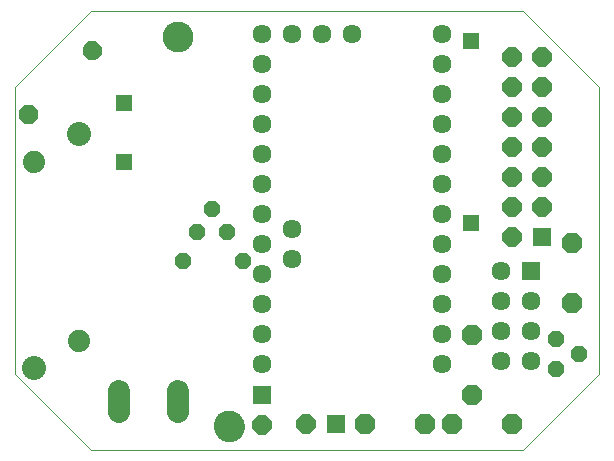
<source format=gts>
G75*
%MOIN*%
%OFA0B0*%
%FSLAX25Y25*%
%IPPOS*%
%LPD*%
%AMOC8*
5,1,8,0,0,1.08239X$1,22.5*
%
%ADD10C,0.00000*%
%ADD11C,0.10243*%
%ADD12R,0.05550X0.05550*%
%ADD13C,0.08000*%
%ADD14C,0.07400*%
%ADD15C,0.07450*%
%ADD16C,0.06337*%
%ADD17R,0.06337X0.06337*%
%ADD18OC8,0.06700*%
%ADD19OC8,0.05600*%
%ADD20R,0.06400X0.06400*%
%ADD21OC8,0.06400*%
%ADD22C,0.01267*%
D10*
X0002942Y0027902D02*
X0028336Y0002508D01*
X0172431Y0002508D01*
X0197824Y0027902D01*
X0197824Y0123374D01*
X0172431Y0148768D01*
X0028336Y0148768D01*
X0002942Y0123374D01*
X0002942Y0027902D01*
X0069478Y0010382D02*
X0069480Y0010522D01*
X0069486Y0010662D01*
X0069496Y0010801D01*
X0069510Y0010940D01*
X0069528Y0011079D01*
X0069549Y0011217D01*
X0069575Y0011355D01*
X0069605Y0011492D01*
X0069638Y0011627D01*
X0069676Y0011762D01*
X0069717Y0011896D01*
X0069762Y0012029D01*
X0069810Y0012160D01*
X0069863Y0012289D01*
X0069919Y0012418D01*
X0069978Y0012544D01*
X0070042Y0012669D01*
X0070108Y0012792D01*
X0070179Y0012913D01*
X0070252Y0013032D01*
X0070329Y0013149D01*
X0070410Y0013263D01*
X0070493Y0013375D01*
X0070580Y0013485D01*
X0070670Y0013593D01*
X0070762Y0013697D01*
X0070858Y0013799D01*
X0070957Y0013899D01*
X0071058Y0013995D01*
X0071162Y0014089D01*
X0071269Y0014179D01*
X0071378Y0014266D01*
X0071490Y0014351D01*
X0071604Y0014432D01*
X0071720Y0014510D01*
X0071838Y0014584D01*
X0071959Y0014655D01*
X0072081Y0014723D01*
X0072206Y0014787D01*
X0072332Y0014848D01*
X0072459Y0014905D01*
X0072589Y0014958D01*
X0072720Y0015008D01*
X0072852Y0015053D01*
X0072985Y0015096D01*
X0073120Y0015134D01*
X0073255Y0015168D01*
X0073392Y0015199D01*
X0073529Y0015226D01*
X0073667Y0015248D01*
X0073806Y0015267D01*
X0073945Y0015282D01*
X0074084Y0015293D01*
X0074224Y0015300D01*
X0074364Y0015303D01*
X0074504Y0015302D01*
X0074644Y0015297D01*
X0074783Y0015288D01*
X0074923Y0015275D01*
X0075062Y0015258D01*
X0075200Y0015237D01*
X0075338Y0015213D01*
X0075475Y0015184D01*
X0075611Y0015152D01*
X0075746Y0015115D01*
X0075880Y0015075D01*
X0076013Y0015031D01*
X0076144Y0014983D01*
X0076274Y0014932D01*
X0076403Y0014877D01*
X0076530Y0014818D01*
X0076655Y0014755D01*
X0076778Y0014690D01*
X0076900Y0014620D01*
X0077019Y0014547D01*
X0077137Y0014471D01*
X0077252Y0014392D01*
X0077365Y0014309D01*
X0077475Y0014223D01*
X0077583Y0014134D01*
X0077688Y0014042D01*
X0077791Y0013947D01*
X0077891Y0013849D01*
X0077988Y0013749D01*
X0078082Y0013645D01*
X0078174Y0013539D01*
X0078262Y0013431D01*
X0078347Y0013320D01*
X0078429Y0013206D01*
X0078508Y0013090D01*
X0078583Y0012973D01*
X0078655Y0012853D01*
X0078723Y0012731D01*
X0078788Y0012607D01*
X0078850Y0012481D01*
X0078908Y0012354D01*
X0078962Y0012225D01*
X0079013Y0012094D01*
X0079059Y0011962D01*
X0079102Y0011829D01*
X0079142Y0011695D01*
X0079177Y0011560D01*
X0079209Y0011423D01*
X0079236Y0011286D01*
X0079260Y0011148D01*
X0079280Y0011010D01*
X0079296Y0010871D01*
X0079308Y0010731D01*
X0079316Y0010592D01*
X0079320Y0010452D01*
X0079320Y0010312D01*
X0079316Y0010172D01*
X0079308Y0010033D01*
X0079296Y0009893D01*
X0079280Y0009754D01*
X0079260Y0009616D01*
X0079236Y0009478D01*
X0079209Y0009341D01*
X0079177Y0009204D01*
X0079142Y0009069D01*
X0079102Y0008935D01*
X0079059Y0008802D01*
X0079013Y0008670D01*
X0078962Y0008539D01*
X0078908Y0008410D01*
X0078850Y0008283D01*
X0078788Y0008157D01*
X0078723Y0008033D01*
X0078655Y0007911D01*
X0078583Y0007791D01*
X0078508Y0007674D01*
X0078429Y0007558D01*
X0078347Y0007444D01*
X0078262Y0007333D01*
X0078174Y0007225D01*
X0078082Y0007119D01*
X0077988Y0007015D01*
X0077891Y0006915D01*
X0077791Y0006817D01*
X0077688Y0006722D01*
X0077583Y0006630D01*
X0077475Y0006541D01*
X0077365Y0006455D01*
X0077252Y0006372D01*
X0077137Y0006293D01*
X0077019Y0006217D01*
X0076900Y0006144D01*
X0076778Y0006074D01*
X0076655Y0006009D01*
X0076530Y0005946D01*
X0076403Y0005887D01*
X0076274Y0005832D01*
X0076144Y0005781D01*
X0076013Y0005733D01*
X0075880Y0005689D01*
X0075746Y0005649D01*
X0075611Y0005612D01*
X0075475Y0005580D01*
X0075338Y0005551D01*
X0075200Y0005527D01*
X0075062Y0005506D01*
X0074923Y0005489D01*
X0074783Y0005476D01*
X0074644Y0005467D01*
X0074504Y0005462D01*
X0074364Y0005461D01*
X0074224Y0005464D01*
X0074084Y0005471D01*
X0073945Y0005482D01*
X0073806Y0005497D01*
X0073667Y0005516D01*
X0073529Y0005538D01*
X0073392Y0005565D01*
X0073255Y0005596D01*
X0073120Y0005630D01*
X0072985Y0005668D01*
X0072852Y0005711D01*
X0072720Y0005756D01*
X0072589Y0005806D01*
X0072459Y0005859D01*
X0072332Y0005916D01*
X0072206Y0005977D01*
X0072081Y0006041D01*
X0071959Y0006109D01*
X0071838Y0006180D01*
X0071720Y0006254D01*
X0071604Y0006332D01*
X0071490Y0006413D01*
X0071378Y0006498D01*
X0071269Y0006585D01*
X0071162Y0006675D01*
X0071058Y0006769D01*
X0070957Y0006865D01*
X0070858Y0006965D01*
X0070762Y0007067D01*
X0070670Y0007171D01*
X0070580Y0007279D01*
X0070493Y0007389D01*
X0070410Y0007501D01*
X0070329Y0007615D01*
X0070252Y0007732D01*
X0070179Y0007851D01*
X0070108Y0007972D01*
X0070042Y0008095D01*
X0069978Y0008220D01*
X0069919Y0008346D01*
X0069863Y0008475D01*
X0069810Y0008604D01*
X0069762Y0008735D01*
X0069717Y0008868D01*
X0069676Y0009002D01*
X0069638Y0009137D01*
X0069605Y0009272D01*
X0069575Y0009409D01*
X0069549Y0009547D01*
X0069528Y0009685D01*
X0069510Y0009824D01*
X0069496Y0009963D01*
X0069486Y0010102D01*
X0069480Y0010242D01*
X0069478Y0010382D01*
X0052352Y0140303D02*
X0052354Y0140443D01*
X0052360Y0140583D01*
X0052370Y0140722D01*
X0052384Y0140861D01*
X0052402Y0141000D01*
X0052423Y0141138D01*
X0052449Y0141276D01*
X0052479Y0141413D01*
X0052512Y0141548D01*
X0052550Y0141683D01*
X0052591Y0141817D01*
X0052636Y0141950D01*
X0052684Y0142081D01*
X0052737Y0142210D01*
X0052793Y0142339D01*
X0052852Y0142465D01*
X0052916Y0142590D01*
X0052982Y0142713D01*
X0053053Y0142834D01*
X0053126Y0142953D01*
X0053203Y0143070D01*
X0053284Y0143184D01*
X0053367Y0143296D01*
X0053454Y0143406D01*
X0053544Y0143514D01*
X0053636Y0143618D01*
X0053732Y0143720D01*
X0053831Y0143820D01*
X0053932Y0143916D01*
X0054036Y0144010D01*
X0054143Y0144100D01*
X0054252Y0144187D01*
X0054364Y0144272D01*
X0054478Y0144353D01*
X0054594Y0144431D01*
X0054712Y0144505D01*
X0054833Y0144576D01*
X0054955Y0144644D01*
X0055080Y0144708D01*
X0055206Y0144769D01*
X0055333Y0144826D01*
X0055463Y0144879D01*
X0055594Y0144929D01*
X0055726Y0144974D01*
X0055859Y0145017D01*
X0055994Y0145055D01*
X0056129Y0145089D01*
X0056266Y0145120D01*
X0056403Y0145147D01*
X0056541Y0145169D01*
X0056680Y0145188D01*
X0056819Y0145203D01*
X0056958Y0145214D01*
X0057098Y0145221D01*
X0057238Y0145224D01*
X0057378Y0145223D01*
X0057518Y0145218D01*
X0057657Y0145209D01*
X0057797Y0145196D01*
X0057936Y0145179D01*
X0058074Y0145158D01*
X0058212Y0145134D01*
X0058349Y0145105D01*
X0058485Y0145073D01*
X0058620Y0145036D01*
X0058754Y0144996D01*
X0058887Y0144952D01*
X0059018Y0144904D01*
X0059148Y0144853D01*
X0059277Y0144798D01*
X0059404Y0144739D01*
X0059529Y0144676D01*
X0059652Y0144611D01*
X0059774Y0144541D01*
X0059893Y0144468D01*
X0060011Y0144392D01*
X0060126Y0144313D01*
X0060239Y0144230D01*
X0060349Y0144144D01*
X0060457Y0144055D01*
X0060562Y0143963D01*
X0060665Y0143868D01*
X0060765Y0143770D01*
X0060862Y0143670D01*
X0060956Y0143566D01*
X0061048Y0143460D01*
X0061136Y0143352D01*
X0061221Y0143241D01*
X0061303Y0143127D01*
X0061382Y0143011D01*
X0061457Y0142894D01*
X0061529Y0142774D01*
X0061597Y0142652D01*
X0061662Y0142528D01*
X0061724Y0142402D01*
X0061782Y0142275D01*
X0061836Y0142146D01*
X0061887Y0142015D01*
X0061933Y0141883D01*
X0061976Y0141750D01*
X0062016Y0141616D01*
X0062051Y0141481D01*
X0062083Y0141344D01*
X0062110Y0141207D01*
X0062134Y0141069D01*
X0062154Y0140931D01*
X0062170Y0140792D01*
X0062182Y0140652D01*
X0062190Y0140513D01*
X0062194Y0140373D01*
X0062194Y0140233D01*
X0062190Y0140093D01*
X0062182Y0139954D01*
X0062170Y0139814D01*
X0062154Y0139675D01*
X0062134Y0139537D01*
X0062110Y0139399D01*
X0062083Y0139262D01*
X0062051Y0139125D01*
X0062016Y0138990D01*
X0061976Y0138856D01*
X0061933Y0138723D01*
X0061887Y0138591D01*
X0061836Y0138460D01*
X0061782Y0138331D01*
X0061724Y0138204D01*
X0061662Y0138078D01*
X0061597Y0137954D01*
X0061529Y0137832D01*
X0061457Y0137712D01*
X0061382Y0137595D01*
X0061303Y0137479D01*
X0061221Y0137365D01*
X0061136Y0137254D01*
X0061048Y0137146D01*
X0060956Y0137040D01*
X0060862Y0136936D01*
X0060765Y0136836D01*
X0060665Y0136738D01*
X0060562Y0136643D01*
X0060457Y0136551D01*
X0060349Y0136462D01*
X0060239Y0136376D01*
X0060126Y0136293D01*
X0060011Y0136214D01*
X0059893Y0136138D01*
X0059774Y0136065D01*
X0059652Y0135995D01*
X0059529Y0135930D01*
X0059404Y0135867D01*
X0059277Y0135808D01*
X0059148Y0135753D01*
X0059018Y0135702D01*
X0058887Y0135654D01*
X0058754Y0135610D01*
X0058620Y0135570D01*
X0058485Y0135533D01*
X0058349Y0135501D01*
X0058212Y0135472D01*
X0058074Y0135448D01*
X0057936Y0135427D01*
X0057797Y0135410D01*
X0057657Y0135397D01*
X0057518Y0135388D01*
X0057378Y0135383D01*
X0057238Y0135382D01*
X0057098Y0135385D01*
X0056958Y0135392D01*
X0056819Y0135403D01*
X0056680Y0135418D01*
X0056541Y0135437D01*
X0056403Y0135459D01*
X0056266Y0135486D01*
X0056129Y0135517D01*
X0055994Y0135551D01*
X0055859Y0135589D01*
X0055726Y0135632D01*
X0055594Y0135677D01*
X0055463Y0135727D01*
X0055333Y0135780D01*
X0055206Y0135837D01*
X0055080Y0135898D01*
X0054955Y0135962D01*
X0054833Y0136030D01*
X0054712Y0136101D01*
X0054594Y0136175D01*
X0054478Y0136253D01*
X0054364Y0136334D01*
X0054252Y0136419D01*
X0054143Y0136506D01*
X0054036Y0136596D01*
X0053932Y0136690D01*
X0053831Y0136786D01*
X0053732Y0136886D01*
X0053636Y0136988D01*
X0053544Y0137092D01*
X0053454Y0137200D01*
X0053367Y0137310D01*
X0053284Y0137422D01*
X0053203Y0137536D01*
X0053126Y0137653D01*
X0053053Y0137772D01*
X0052982Y0137893D01*
X0052916Y0138016D01*
X0052852Y0138141D01*
X0052793Y0138267D01*
X0052737Y0138396D01*
X0052684Y0138525D01*
X0052636Y0138656D01*
X0052591Y0138789D01*
X0052550Y0138923D01*
X0052512Y0139058D01*
X0052479Y0139193D01*
X0052449Y0139330D01*
X0052423Y0139468D01*
X0052402Y0139606D01*
X0052384Y0139745D01*
X0052370Y0139884D01*
X0052360Y0140023D01*
X0052354Y0140163D01*
X0052352Y0140303D01*
D11*
X0057273Y0140303D03*
X0074399Y0010382D03*
D12*
X0155177Y0078098D03*
X0155177Y0138728D03*
X0039429Y0118256D03*
X0039429Y0098571D03*
D13*
X0024237Y0107754D03*
X0009270Y0029692D03*
D14*
X0024237Y0038920D03*
X0009270Y0098527D03*
D15*
X0037846Y0022272D02*
X0037846Y0015222D01*
X0057531Y0015222D02*
X0057531Y0022272D01*
D16*
X0085565Y0031051D03*
X0085565Y0041051D03*
X0085565Y0051051D03*
X0085565Y0061051D03*
X0095565Y0066051D03*
X0085565Y0071051D03*
X0095565Y0076051D03*
X0085565Y0081051D03*
X0085565Y0091051D03*
X0085565Y0101051D03*
X0085565Y0111051D03*
X0085565Y0121051D03*
X0085565Y0131051D03*
X0085565Y0141051D03*
X0095565Y0141051D03*
X0105565Y0141051D03*
X0115565Y0141051D03*
X0145565Y0141051D03*
X0145565Y0131051D03*
X0145565Y0121051D03*
X0145565Y0111051D03*
X0145565Y0101051D03*
X0145565Y0091051D03*
X0145565Y0081051D03*
X0145565Y0071051D03*
X0145565Y0061051D03*
X0145565Y0051051D03*
X0145565Y0041051D03*
X0145565Y0031051D03*
X0165213Y0032068D03*
X0175213Y0032068D03*
X0175213Y0042068D03*
X0165213Y0042068D03*
X0165213Y0052068D03*
X0175213Y0052068D03*
X0165213Y0062068D03*
D17*
X0175213Y0062068D03*
D18*
X0188769Y0071366D03*
X0188769Y0051366D03*
X0155502Y0040854D03*
X0155502Y0020854D03*
X0148748Y0011089D03*
X0139613Y0011161D03*
X0119613Y0011161D03*
X0168748Y0011089D03*
D19*
X0183551Y0029495D03*
X0191051Y0034495D03*
X0183551Y0039495D03*
X0079059Y0065416D03*
X0073691Y0075343D03*
X0068691Y0082843D03*
X0063691Y0075343D03*
X0059059Y0065416D03*
D20*
X0085521Y0020992D03*
X0110108Y0011091D03*
X0178809Y0073492D03*
D21*
X0168809Y0073492D03*
X0168809Y0083492D03*
X0178809Y0083492D03*
X0178809Y0093492D03*
X0168809Y0093492D03*
X0168809Y0103492D03*
X0178809Y0103492D03*
X0178809Y0113492D03*
X0168809Y0113492D03*
X0168809Y0123492D03*
X0178809Y0123492D03*
X0178809Y0133492D03*
X0168809Y0133492D03*
X0100108Y0011091D03*
X0085521Y0010992D03*
D22*
X0009511Y0114794D02*
X0010145Y0115428D01*
X0010145Y0113328D01*
X0008661Y0111844D01*
X0006561Y0111844D01*
X0005077Y0113328D01*
X0005077Y0115428D01*
X0006561Y0116912D01*
X0008661Y0116912D01*
X0010145Y0115428D01*
X0009194Y0115034D01*
X0009194Y0113722D01*
X0008267Y0112795D01*
X0006955Y0112795D01*
X0006028Y0113722D01*
X0006028Y0115034D01*
X0006955Y0115961D01*
X0008267Y0115961D01*
X0009194Y0115034D01*
X0008243Y0114640D01*
X0008243Y0114116D01*
X0007873Y0113746D01*
X0007349Y0113746D01*
X0006979Y0114116D01*
X0006979Y0114640D01*
X0007349Y0115010D01*
X0007873Y0115010D01*
X0008243Y0114640D01*
X0030725Y0136007D02*
X0031359Y0136641D01*
X0031359Y0134541D01*
X0029875Y0133057D01*
X0027775Y0133057D01*
X0026291Y0134541D01*
X0026291Y0136641D01*
X0027775Y0138125D01*
X0029875Y0138125D01*
X0031359Y0136641D01*
X0030408Y0136247D01*
X0030408Y0134935D01*
X0029481Y0134008D01*
X0028169Y0134008D01*
X0027242Y0134935D01*
X0027242Y0136247D01*
X0028169Y0137174D01*
X0029481Y0137174D01*
X0030408Y0136247D01*
X0029457Y0135853D01*
X0029457Y0135329D01*
X0029087Y0134959D01*
X0028563Y0134959D01*
X0028193Y0135329D01*
X0028193Y0135853D01*
X0028563Y0136223D01*
X0029087Y0136223D01*
X0029457Y0135853D01*
M02*

</source>
